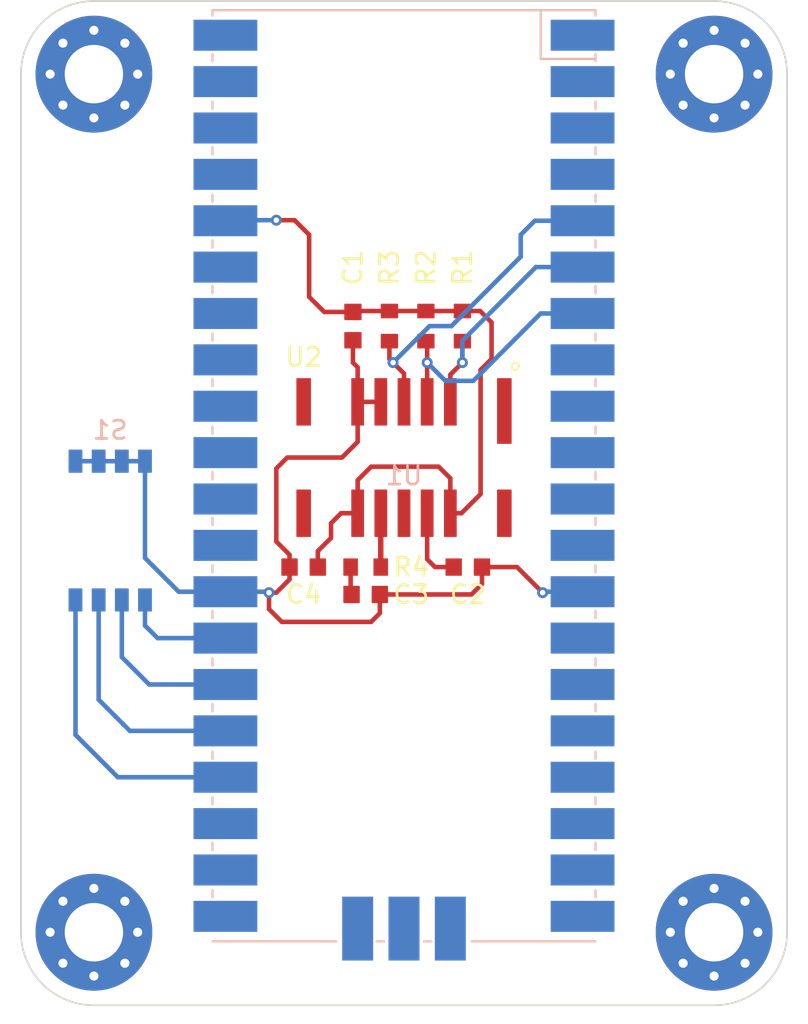
<source format=kicad_pcb>
(kicad_pcb (version 20220308) (generator pcbnew)
  (layers (0 "F.Cu" signal) (31 "B.Cu" signal) (34 "B.Paste" user) (35 "F.Paste" user) (36 "B.SilkS" user "B.Silkscreen") (37 "F.SilkS" user "F.Silkscreen") (38 "B.Mask" user) (39 "F.Mask" user) (44 "Edge.Cuts" user))
  (net 0 "")
  (net 3 "GND")
  (net 5 "/SDA")
  (net 6 "/SCL")
  (net 7 "/INT")
  (net 25 "+3V3")
  (net 31 "/DVDD")
  (net 32 "Net-(C3-Pad1)")
  (net 33 "/AVDD")
  (net 39 "/SW0")
  (net 40 "/SW1")
  (net 41 "/SW2")
  (net 42 "/SW3")
  (footprint "pwt-temp_lib:C_0603" (layer "F.Cu") (at 124.5 85 180)
    (fp_text reference "C4" (at 0 -1.5) (layer "F.SilkS"))
    (fp_text value "10u" hide)
    (pad "1" smd roundrect (at -0.775 0 180) (size 0.9 0.95) (layers "F.Cu" "F.Paste" "F.Mask") (roundrect_rratio 0.05) (net 25 "+3V3") (clearance 0.1))
    (pad "2" smd roundrect (at 0.775 0 180) (size 0.9 0.95) (layers "F.Cu" "F.Paste" "F.Mask") (roundrect_rratio 0.05) (net 3 "GND") (clearance 0.1))
  )
  (footprint "pwt-temp_lib:C_0603" (layer "F.Cu") (at 133.5 85)
    (fp_text reference "C2" (at 0 1.5) (layer "F.SilkS"))
    (fp_text value "1u" hide)
    (pad "1" smd roundrect (at -0.775 0) (size 0.9 0.95) (layers "F.Cu" "F.Paste" "F.Mask") (roundrect_rratio 0.05) (net 31 "/DVDD") (clearance 0.1))
    (pad "2" smd roundrect (at 0.775 0) (size 0.9 0.95) (layers "F.Cu" "F.Paste" "F.Mask") (roundrect_rratio 0.05) (net 3 "GND") (clearance 0.1))
  )
  (footprint "pwt-temp_lib:R_0603" (layer "F.Cu") (at 127.9 85)
    (fp_text reference "R4" (at 2.5 0) (layer "F.SilkS"))
    (fp_text value "20R" hide)
    (pad "1" smd roundrect (at -0.825 0) (size 0.8 0.95) (layers "F.Cu" "F.Paste" "F.Mask") (roundrect_rratio 0.05) (net 32 "Net-(C3-Pad1)") (clearance 0.1))
    (pad "2" smd roundrect (at 0.825 0) (size 0.8 0.95) (layers "F.Cu" "F.Paste" "F.Mask") (roundrect_rratio 0.05) (net 33 "/AVDD") (clearance 0.1))
  )
  (footprint "MountingHole:MountingHole_3.2mm_M3_Pad_Via" (layer "F.Cu") (at 113 105)
    (fp_text reference "H2" hide)
    (fp_text value "MountingHole")
    (pad "1" thru_hole circle (at -2.4 0) (size 0.8 0.8) (drill 0.5) (layers *.Cu *.Mask))
    (pad "1" thru_hole circle (at -1.697056 -1.697056) (size 0.8 0.8) (drill 0.5) (layers *.Cu *.Mask))
    (pad "1" thru_hole circle (at -1.697056 1.697056) (size 0.8 0.8) (drill 0.5) (layers *.Cu *.Mask))
    (pad "1" thru_hole circle (at 0 -2.4) (size 0.8 0.8) (drill 0.5) (layers *.Cu *.Mask))
    (pad "1" thru_hole circle (at 0 0) (size 6.4 6.4) (drill 3.2) (layers *.Cu *.Mask))
    (pad "1" thru_hole circle (at 0 2.4) (size 0.8 0.8) (drill 0.5) (layers *.Cu *.Mask))
    (pad "1" thru_hole circle (at 1.697056 -1.697056) (size 0.8 0.8) (drill 0.5) (layers *.Cu *.Mask))
    (pad "1" thru_hole circle (at 1.697056 1.697056) (size 0.8 0.8) (drill 0.5) (layers *.Cu *.Mask))
    (pad "1" thru_hole circle (at 2.4 0) (size 0.8 0.8) (drill 0.5) (layers *.Cu *.Mask))
  )
  (footprint "MountingHole:MountingHole_3.2mm_M3_Pad_Via" (layer "F.Cu") (at 147 105)
    (fp_text reference "H3" hide)
    (fp_text value "MountingHole")
    (pad "1" thru_hole circle (at -2.4 0) (size 0.8 0.8) (drill 0.5) (layers *.Cu *.Mask))
    (pad "1" thru_hole circle (at -1.697056 -1.697056) (size 0.8 0.8) (drill 0.5) (layers *.Cu *.Mask))
    (pad "1" thru_hole circle (at -1.697056 1.697056) (size 0.8 0.8) (drill 0.5) (layers *.Cu *.Mask))
    (pad "1" thru_hole circle (at 0 -2.4) (size 0.8 0.8) (drill 0.5) (layers *.Cu *.Mask))
    (pad "1" thru_hole circle (at 0 0) (size 6.4 6.4) (drill 3.2) (layers *.Cu *.Mask))
    (pad "1" thru_hole circle (at 0 2.4) (size 0.8 0.8) (drill 0.5) (layers *.Cu *.Mask))
    (pad "1" thru_hole circle (at 1.697056 -1.697056) (size 0.8 0.8) (drill 0.5) (layers *.Cu *.Mask))
    (pad "1" thru_hole circle (at 1.697056 1.697056) (size 0.8 0.8) (drill 0.5) (layers *.Cu *.Mask))
    (pad "1" thru_hole circle (at 2.4 0) (size 0.8 0.8) (drill 0.5) (layers *.Cu *.Mask))
  )
  (footprint "pwt-temp_lib:R_0603" (layer "F.Cu") (at 131.2 71.8 -90)
    (fp_text reference "R2" (at -3.2 0 90) (layer "F.SilkS"))
    (fp_text value "10k" hide)
    (pad "1" smd roundrect (at -0.825 0 270) (size 0.8 0.95) (layers "F.Cu" "F.Paste" "F.Mask") (roundrect_rratio 0.05) (net 25 "+3V3") (clearance 0.1))
    (pad "2" smd roundrect (at 0.825 0 270) (size 0.8 0.95) (layers "F.Cu" "F.Paste" "F.Mask") (roundrect_rratio 0.05) (net 6 "/SCL") (clearance 0.1))
  )
  (footprint "pwt-temp_lib:C_0603" (layer "F.Cu") (at 127.9 86.5)
    (fp_text reference "C3" (at 2.5 0) (layer "F.SilkS"))
    (fp_text value "1u" hide)
    (pad "1" smd roundrect (at -0.775 0) (size 0.9 0.95) (layers "F.Cu" "F.Paste" "F.Mask") (roundrect_rratio 0.05) (net 32 "Net-(C3-Pad1)") (clearance 0.1))
    (pad "2" smd roundrect (at 0.775 0) (size 0.9 0.95) (layers "F.Cu" "F.Paste" "F.Mask") (roundrect_rratio 0.05) (net 3 "GND") (clearance 0.1))
  )
  (footprint "pwt-temp_lib:C_0603" (layer "F.Cu") (at 127.2 71.8 -90)
    (fp_text reference "C1" (at -3.2 0 90) (layer "F.SilkS"))
    (fp_text value "10u" hide)
    (pad "1" smd roundrect (at -0.775 0 270) (size 0.9 0.95) (layers "F.Cu" "F.Paste" "F.Mask") (roundrect_rratio 0.05) (net 25 "+3V3") (clearance 0.1))
    (pad "2" smd roundrect (at 0.775 0 270) (size 0.9 0.95) (layers "F.Cu" "F.Paste" "F.Mask") (roundrect_rratio 0.05) (net 3 "GND") (clearance 0.1))
  )
  (footprint "pwt-temp_lib:R_0603" (layer "F.Cu") (at 133.2 71.8 -90)
    (fp_text reference "R1" (at -3.2 0 90) (layer "F.SilkS"))
    (fp_text value "10k" hide)
    (pad "1" smd roundrect (at -0.825 0 270) (size 0.8 0.95) (layers "F.Cu" "F.Paste" "F.Mask") (roundrect_rratio 0.05) (net 25 "+3V3") (clearance 0.1))
    (pad "2" smd roundrect (at 0.825 0 270) (size 0.8 0.95) (layers "F.Cu" "F.Paste" "F.Mask") (roundrect_rratio 0.05) (net 5 "/SDA") (clearance 0.1))
  )
  (footprint "MountingHole:MountingHole_3.2mm_M3_Pad_Via" (layer "F.Cu") (at 113 58)
    (fp_text reference "H1" hide)
    (fp_text value "MountingHole")
    (pad "1" thru_hole circle (at -2.4 0) (size 0.8 0.8) (drill 0.5) (layers *.Cu *.Mask))
    (pad "1" thru_hole circle (at -1.697056 -1.697056) (size 0.8 0.8) (drill 0.5) (layers *.Cu *.Mask))
    (pad "1" thru_hole circle (at -1.697056 1.697056) (size 0.8 0.8) (drill 0.5) (layers *.Cu *.Mask))
    (pad "1" thru_hole circle (at 0 -2.4) (size 0.8 0.8) (drill 0.5) (layers *.Cu *.Mask))
    (pad "1" thru_hole circle (at 0 0) (size 6.4 6.4) (drill 3.2) (layers *.Cu *.Mask))
    (pad "1" thru_hole circle (at 0 2.4) (size 0.8 0.8) (drill 0.5) (layers *.Cu *.Mask))
    (pad "1" thru_hole circle (at 1.697056 -1.697056) (size 0.8 0.8) (drill 0.5) (layers *.Cu *.Mask))
    (pad "1" thru_hole circle (at 1.697056 1.697056) (size 0.8 0.8) (drill 0.5) (layers *.Cu *.Mask))
    (pad "1" thru_hole circle (at 2.4 0) (size 0.8 0.8) (drill 0.5) (layers *.Cu *.Mask))
  )
  (footprint "MountingHole:MountingHole_3.2mm_M3_Pad_Via" (layer "F.Cu") (at 147 58)
    (fp_text reference "H4" hide)
    (fp_text value "MountingHole")
    (pad "1" thru_hole circle (at -2.4 0) (size 0.8 0.8) (drill 0.5) (layers *.Cu *.Mask))
    (pad "1" thru_hole circle (at -1.697056 -1.697056) (size 0.8 0.8) (drill 0.5) (layers *.Cu *.Mask))
    (pad "1" thru_hole circle (at -1.697056 1.697056) (size 0.8 0.8) (drill 0.5) (layers *.Cu *.Mask))
    (pad "1" thru_hole circle (at 0 -2.4) (size 0.8 0.8) (drill 0.5) (layers *.Cu *.Mask))
    (pad "1" thru_hole circle (at 0 0) (size 6.4 6.4) (drill 3.2) (layers *.Cu *.Mask))
    (pad "1" thru_hole circle (at 0 2.4) (size 0.8 0.8) (drill 0.5) (layers *.Cu *.Mask))
    (pad "1" thru_hole circle (at 1.697056 -1.697056) (size 0.8 0.8) (drill 0.5) (layers *.Cu *.Mask))
    (pad "1" thru_hole circle (at 1.697056 1.697056) (size 0.8 0.8) (drill 0.5) (layers *.Cu *.Mask))
    (pad "1" thru_hole circle (at 2.4 0) (size 0.8 0.8) (drill 0.5) (layers *.Cu *.Mask))
  )
  (footprint "pwt-temp_lib:IC_AMG8834" (layer "F.Cu") (at 130 79 180)
    (fp_text reference "U2" (at 5.5 5.5 unlocked) (layer "F.SilkS"))
    (fp_text value "IC_AMG8834" hide)
    (fp_circle (center -6.1 5) (end -5.9 5) (stroke (width 0.1)) (fill none) (layer "F.SilkS"))
    (pad "1" smd roundrect (at -5.5 2.55 180) (size 0.8 3.6) (layers "F.Cu" "F.Paste" "F.Mask") (roundrect_rratio 0.05) (clearance 0.2))
    (pad "2" smd roundrect (at -2.54 3.05 180) (size 0.7 2.6) (layers "F.Cu" "F.Paste" "F.Mask") (roundrect_rratio 0.05) (net 5 "/SDA") (clearance 0.2))
    (pad "3" smd roundrect (at -1.27 3.05 180) (size 0.7 2.6) (layers "F.Cu" "F.Paste" "F.Mask") (roundrect_rratio 0.05) (net 6 "/SCL") (clearance 0.2))
    (pad "4" smd roundrect (at 0 3.05 180) (size 0.7 2.6) (layers "F.Cu" "F.Paste" "F.Mask") (roundrect_rratio 0.05) (net 7 "/INT") (clearance 0.2))
    (pad "5" smd roundrect (at 1.27 3.05 180) (size 0.7 2.6) (layers "F.Cu" "F.Paste" "F.Mask") (roundrect_rratio 0.05) (net 3 "GND") (clearance 0.2))
    (pad "6" smd roundrect (at 2.54 3.05 180) (size 0.7 2.6) (layers "F.Cu" "F.Paste" "F.Mask") (roundrect_rratio 0.05) (net 3 "GND") (clearance 0.2))
    (pad "7" smd roundrect (at 5.5 3.05 180) (size 0.8 2.6) (layers "F.Cu" "F.Paste" "F.Mask") (roundrect_rratio 0.05) (clearance 0.2))
    (pad "8" smd roundrect (at 5.5 -3.05 180) (size 0.8 2.6) (layers "F.Cu" "F.Paste" "F.Mask") (roundrect_rratio 0.05) (clearance 0.2))
    (pad "9" smd roundrect (at 2.54 -3.05 180) (size 0.7 2.6) (layers "F.Cu" "F.Paste" "F.Mask") (roundrect_rratio 0.05) (net 25 "+3V3") (clearance 0.2))
    (pad "10" smd roundrect (at 1.27 -3.05 180) (size 0.7 2.6) (layers "F.Cu" "F.Paste" "F.Mask") (roundrect_rratio 0.05) (net 33 "/AVDD") (clearance 0.2))
    (pad "11" smd roundrect (at 0 -3.05 180) (size 0.7 2.6) (layers "F.Cu" "F.Paste" "F.Mask") (roundrect_rratio 0.05) (clearance 0.2))
    (pad "12" smd roundrect (at -1.27 -3.05 180) (size 0.7 2.6) (layers "F.Cu" "F.Paste" "F.Mask") (roundrect_rratio 0.05) (net 31 "/DVDD") (clearance 0.2))
    (pad "13" smd roundrect (at -2.54 -3.05 180) (size 0.7 2.6) (layers "F.Cu" "F.Paste" "F.Mask") (roundrect_rratio 0.05) (net 25 "+3V3") (clearance 0.2))
    (pad "14" smd roundrect (at -5.5 -3.05 180) (size 0.8 2.6) (layers "F.Cu" "F.Paste" "F.Mask") (roundrect_rratio 0.05) (clearance 0.2))
  )
  (footprint "pwt-temp_lib:R_0603" (layer "F.Cu") (at 129.2 71.8 -90)
    (fp_text reference "R3" (at -3.2 0 90) (layer "F.SilkS"))
    (fp_text value "10k" hide)
    (pad "1" smd roundrect (at -0.825 0 270) (size 0.8 0.95) (layers "F.Cu" "F.Paste" "F.Mask") (roundrect_rratio 0.05) (net 25 "+3V3") (clearance 0.1))
    (pad "2" smd roundrect (at 0.825 0 270) (size 0.8 0.95) (layers "F.Cu" "F.Paste" "F.Mask") (roundrect_rratio 0.05) (net 7 "/INT") (clearance 0.1))
  )
  (footprint "pwt-temp_lib:MECH_SW_DIP4_SMD" (layer "B.Cu") (at 113.895 83 180)
    (fp_text reference "S1" (at 0 5.5 unlocked) (layer "B.SilkS") (effects (justify mirror)))
    (fp_text value "~" hide)
    (pad "1" smd roundrect (at -1.905 -3.8 180) (size 0.76 1.27) (layers "B.Cu" "B.Paste" "B.Mask") (roundrect_rratio 0.05) (net 39 "/SW0") (clearance 0.1))
    (pad "2" smd roundrect (at -0.635 -3.8 180) (size 0.76 1.27) (layers "B.Cu" "B.Paste" "B.Mask") (roundrect_rratio 0.05) (net 40 "/SW1") (clearance 0.1))
    (pad "3" smd roundrect (at 0.635 -3.8 180) (size 0.76 1.27) (layers "B.Cu" "B.Paste" "B.Mask") (roundrect_rratio 0.05) (net 41 "/SW2") (clearance 0.1))
    (pad "4" smd roundrect (at 1.905 -3.8 180) (size 0.76 1.27) (layers "B.Cu" "B.Paste" "B.Mask") (roundrect_rratio 0.05) (net 42 "/SW3") (clearance 0.1))
    (pad "5" smd roundrect (at 1.905 3.8 180) (size 0.76 1.27) (layers "B.Cu" "B.Paste" "B.Mask") (roundrect_rratio 0.05) (net 3 "GND") (clearance 0.1))
    (pad "6" smd roundrect (at 0.635 3.8 180) (size 0.76 1.27) (layers "B.Cu" "B.Paste" "B.Mask") (roundrect_rratio 0.05) (net 3 "GND") (clearance 0.1))
    (pad "7" smd roundrect (at -0.635 3.8 180) (size 0.76 1.27) (layers "B.Cu" "B.Paste" "B.Mask") (roundrect_rratio 0.05) (net 3 "GND") (clearance 0.1))
    (pad "8" smd roundrect (at -1.905 3.8 180) (size 0.76 1.27) (layers "B.Cu" "B.Paste" "B.Mask") (roundrect_rratio 0.05) (net 3 "GND") (clearance 0.1))
  )
  (footprint "pwt-temp_lib:MECH_RPIPICO_SMD" (layer "B.Cu") (at 130 80 180)
    (fp_text reference "U1" (at 0 0) (layer "B.SilkS") (effects (justify mirror)))
    (fp_text value "MECH_RPIPICO_SMD")
    (fp_line (start -10.5 -22.7) (end -10.5 -23.1) (stroke (width 0.12)) (layer "B.SilkS"))
    (fp_line (start -10.5 -20.1) (end -10.5 -20.5) (stroke (width 0.12)) (layer "B.SilkS"))
    (fp_line (start -10.5 -17.6) (end -10.5 -18) (stroke (width 0.12)) (layer "B.SilkS"))
    (fp_line (start -10.5 -15.1) (end -10.5 -15.5) (stroke (width 0.12)) (layer "B.SilkS"))
    (fp_line (start -10.5 -12.5) (end -10.5 -12.9) (stroke (width 0.12)) (layer "B.SilkS"))
    (fp_line (start -10.5 -10) (end -10.5 -10.4) (stroke (width 0.12)) (layer "B.SilkS"))
    (fp_line (start -10.5 -7.4) (end -10.5 -7.8) (stroke (width 0.12)) (layer "B.SilkS"))
    (fp_line (start -10.5 -4.9) (end -10.5 -5.3) (stroke (width 0.12)) (layer "B.SilkS"))
    (fp_line (start -10.5 -2.3) (end -10.5 -2.7) (stroke (width 0.12)) (layer "B.SilkS"))
    (fp_line (start -10.5 0.2) (end -10.5 -0.2) (stroke (width 0.12)) (layer "B.SilkS"))
    (fp_line (start -10.5 2.7) (end -10.5 2.3) (stroke (width 0.12)) (layer "B.SilkS"))
    (fp_line (start -10.5 5.3) (end -10.5 4.9) (stroke (width 0.12)) (layer "B.SilkS"))
    (fp_line (start -10.5 7.8) (end -10.5 7.4) (stroke (width 0.12)) (layer "B.SilkS"))
    (fp_line (start -10.5 10.4) (end -10.5 10) (stroke (width 0.12)) (layer "B.SilkS"))
    (fp_line (start -10.5 12.9) (end -10.5 12.5) (stroke (width 0.12)) (layer "B.SilkS"))
    (fp_line (start -10.5 15.4) (end -10.5 15) (stroke (width 0.12)) (layer "B.SilkS"))
    (fp_line (start -10.5 18) (end -10.5 17.6) (stroke (width 0.12)) (layer "B.SilkS"))
    (fp_line (start -10.5 20.5) (end -10.5 20.1) (stroke (width 0.12)) (layer "B.SilkS"))
    (fp_line (start -10.5 22.833) (end -7.493 22.833) (stroke (width 0.12)) (layer "B.SilkS"))
    (fp_line (start -10.5 23.1) (end -10.5 22.7) (stroke (width 0.12)) (layer "B.SilkS"))
    (fp_line (start -10.5 25.5) (end -10.5 25.2) (stroke (width 0.12)) (layer "B.SilkS"))
    (fp_line (start -10.5 25.5) (end 10.5 25.5) (stroke (width 0.12)) (layer "B.SilkS"))
    (fp_line (start -7.493 22.833) (end -7.493 25.5) (stroke (width 0.12)) (layer "B.SilkS"))
    (fp_line (start -3.7 -25.5) (end -10.5 -25.5) (stroke (width 0.12)) (layer "B.SilkS"))
    (fp_line (start -1.5 -25.5) (end -1.1 -25.5) (stroke (width 0.12)) (layer "B.SilkS"))
    (fp_line (start 1.1 -25.5) (end 1.5 -25.5) (stroke (width 0.12)) (layer "B.SilkS"))
    (fp_line (start 10.5 -25.5) (end 3.7 -25.5) (stroke (width 0.12)) (layer "B.SilkS"))
    (fp_line (start 10.5 -22.7) (end 10.5 -23.1) (stroke (width 0.12)) (layer "B.SilkS"))
    (fp_line (start 10.5 -20.1) (end 10.5 -20.5) (stroke (width 0.12)) (layer "B.SilkS"))
    (fp_line (start 10.5 -17.6) (end 10.5 -18) (stroke (width 0.12)) (layer "B.SilkS"))
    (fp_line (start 10.5 -15.1) (end 10.5 -15.5) (stroke (width 0.12)) (layer "B.SilkS"))
    (fp_line (start 10.5 -12.5) (end 10.5 -12.9) (stroke (width 0.12)) (layer "B.SilkS"))
    (fp_line (start 10.5 -10) (end 10.5 -10.4) (stroke (width 0.12)) (layer "B.SilkS"))
    (fp_line (start 10.5 -7.4) (end 10.5 -7.8) (stroke (width 0.12)) (layer "B.SilkS"))
    (fp_line (start 10.5 -4.9) (end 10.5 -5.3) (stroke (width 0.12)) (layer "B.SilkS"))
    (fp_line (start 10.5 -2.3) (end 10.5 -2.7) (stroke (width 0.12)) (layer "B.SilkS"))
    (fp_line (start 10.5 0.2) (end 10.5 -0.2) (stroke (width 0.12)) (layer "B.SilkS"))
    (fp_line (start 10.5 2.7) (end 10.5 2.3) (stroke (width 0.12)) (layer "B.SilkS"))
    (fp_line (start 10.5 5.3) (end 10.5 4.9) (stroke (width 0.12)) (layer "B.SilkS"))
    (fp_line (start 10.5 7.8) (end 10.5 7.4) (stroke (width 0.12)) (layer "B.SilkS"))
    (fp_line (start 10.5 10.4) (end 10.5 10) (stroke (width 0.12)) (layer "B.SilkS"))
    (fp_line (start 10.5 12.9) (end 10.5 12.5) (stroke (width 0.12)) (layer "B.SilkS"))
    (fp_line (start 10.5 15.4) (end 10.5 15) (stroke (width 0.12)) (layer "B.SilkS"))
    (fp_line (start 10.5 18) (end 10.5 17.6) (stroke (width 0.12)) (layer "B.SilkS"))
    (fp_line (start 10.5 20.5) (end 10.5 20.1) (stroke (width 0.12)) (layer "B.SilkS"))
    (fp_line (start 10.5 23.1) (end 10.5 22.7) (stroke (width 0.12)) (layer "B.SilkS"))
    (fp_line (start 10.5 25.5) (end 10.5 25.2) (stroke (width 0.12)) (layer "B.SilkS"))
    (pad "" np_thru_hole oval (at -2.725 24 180) (size 1.8 1.8) (drill 1.8) (layers *.Cu *.Mask))
    (pad "" np_thru_hole oval (at -2.425 20.97 180) (size 1.5 1.5) (drill 1.5) (layers *.Cu *.Mask))
    (pad "" np_thru_hole oval (at 2.425 20.97 180) (size 1.5 1.5) (drill 1.5) (layers *.Cu *.Mask))
    (pad "" np_thru_hole oval (at 2.725 24 180) (size 1.8 1.8) (drill 1.8) (layers *.Cu *.Mask))
    (pad "1" smd rect (at -8.89 24.13 180) (size 3.5 1.7) (drill (offset -0.9 0)) (layers "B.Cu" "B.Mask"))
    (pad "2" smd rect (at -8.89 21.59 180) (size 3.5 1.7) (drill (offset -0.9 0)) (layers "B.Cu" "B.Mask"))
    (pad "3" smd rect (at -8.89 19.05 180) (size 3.5 1.7) (drill (offset -0.9 0)) (layers "B.Cu" "B.Mask"))
    (pad "4" smd rect (at -8.89 16.51 180) (size 3.5 1.7) (drill (offset -0.9 0)) (layers "B.Cu" "B.Mask"))
    (pad "5" smd rect (at -8.89 13.97 180) (size 3.5 1.7) (drill (offset -0.9 0)) (layers "B.Cu" "B.Mask") (net 7 "/INT"))
    (pad "6" smd rect (at -8.89 11.43 180) (size 3.5 1.7) (drill (offset -0.9 0)) (layers "B.Cu" "B.Mask") (net 5 "/SDA"))
    (pad "7" smd rect (at -8.89 8.89 180) (size 3.5 1.7) (drill (offset -0.9 0)) (layers "B.Cu" "B.Mask") (net 6 "/SCL"))
    (pad "8" smd rect (at -8.89 6.35 180) (size 3.5 1.7) (drill (offset -0.9 0)) (layers "B.Cu" "B.Mask"))
    (pad "9" smd rect (at -8.89 3.81 180) (size 3.5 1.7) (drill (offset -0.9 0)) (layers "B.Cu" "B.Mask"))
    (pad "10" smd rect (at -8.89 1.27 180) (size 3.5 1.7) (drill (offset -0.9 0)) (layers "B.Cu" "B.Mask"))
    (pad "11" smd rect (at -8.89 -1.27 180) (size 3.5 1.7) (drill (offset -0.9 0)) (layers "B.Cu" "B.Mask"))
    (pad "12" smd rect (at -8.89 -3.81 180) (size 3.5 1.7) (drill (offset -0.9 0)) (layers "B.Cu" "B.Mask"))
    (pad "13" smd rect (at -8.89 -6.35 180) (size 3.5 1.7) (drill (offset -0.9 0)) (layers "B.Cu" "B.Mask") (net 3 "GND"))
    (pad "14" smd rect (at -8.89 -8.89 180) (size 3.5 1.7) (drill (offset -0.9 0)) (layers "B.Cu" "B.Mask"))
    (pad "15" smd rect (at -8.89 -11.43 180) (size 3.5 1.7) (drill (offset -0.9 0)) (layers "B.Cu" "B.Mask"))
    (pad "16" smd rect (at -8.89 -13.97 180) (size 3.5 1.7) (drill (offset -0.9 0)) (layers "B.Cu" "B.Mask"))
    (pad "17" smd rect (at -8.89 -16.51 180) (size 3.5 1.7) (drill (offset -0.9 0)) (layers "B.Cu" "B.Mask"))
    (pad "18" smd rect (at -8.89 -19.05 180) (size 3.5 1.7) (drill (offset -0.9 0)) (layers "B.Cu" "B.Mask"))
    (pad "19" smd rect (at -8.89 -21.59 180) (size 3.5 1.7) (drill (offset -0.9 0)) (layers "B.Cu" "B.Mask"))
    (pad "20" smd rect (at -8.89 -24.13 180) (size 3.5 1.7) (drill (offset -0.9 0)) (layers "B.Cu" "B.Mask"))
    (pad "21" smd rect (at 8.89 -24.13 180) (size 3.5 1.7) (drill (offset 0.9 0)) (layers "B.Cu" "B.Mask"))
    (pad "22" smd rect (at 8.89 -21.59 180) (size 3.5 1.7) (drill (offset 0.9 0)) (layers "B.Cu" "B.Mask"))
    (pad "23" smd rect (at 8.89 -19.05 180) (size 3.5 1.7) (drill (offset 0.9 0)) (layers "B.Cu" "B.Mask"))
    (pad "24" smd rect (at 8.89 -16.51 180) (size 3.5 1.7) (drill (offset 0.9 0)) (layers "B.Cu" "B.Mask") (net 42 "/SW3"))
    (pad "25" smd rect (at 8.89 -13.97 180) (size 3.5 1.7) (drill (offset 0.9 0)) (layers "B.Cu" "B.Mask") (net 41 "/SW2"))
    (pad "26" smd rect (at 8.89 -11.43 180) (size 3.5 1.7) (drill (offset 0.9 0)) (layers "B.Cu" "B.Mask") (net 40 "/SW1"))
    (pad "27" smd rect (at 8.89 -8.89 180) (size 3.5 1.7) (drill (offset 0.9 0)) (layers "B.Cu" "B.Mask") (net 39 "/SW0"))
    (pad "28" smd rect (at 8.89 -6.35 180) (size 3.5 1.7) (drill (offset 0.9 0)) (layers "B.Cu" "B.Mask") (net 3 "GND"))
    (pad "29" smd rect (at 8.89 -3.81 180) (size 3.5 1.7) (drill (offset 0.9 0)) (layers "B.Cu" "B.Mask"))
    (pad "30" smd rect (at 8.89 -1.27 180) (size 3.5 1.7) (drill (offset 0.9 0)) (layers "B.Cu" "B.Mask"))
    (pad "31" smd rect (at 8.89 1.27 180) (size 3.5 1.7) (drill (offset 0.9 0)) (layers "B.Cu" "B.Mask"))
    (pad "32" smd rect (at 8.89 3.81 180) (size 3.5 1.7) (drill (offset 0.9 0)) (layers "B.Cu" "B.Mask"))
    (pad "33" smd rect (at 8.89 6.35 180) (size 3.5 1.7) (drill (offset 0.9 0)) (layers "B.Cu" "B.Mask"))
    (pad "34" smd rect (at 8.89 8.89 180) (size 3.5 1.7) (drill (offset 0.9 0)) (layers "B.Cu" "B.Mask"))
    (pad "35" smd rect (at 8.89 11.43 180) (size 3.5 1.7) (drill (offset 0.9 0)) (layers "B.Cu" "B.Mask"))
    (pad "36" smd rect (at 8.89 13.97 180) (size 3.5 1.7) (drill (offset 0.9 0)) (layers "B.Cu" "B.Mask") (net 25 "+3V3"))
    (pad "37" smd rect (at 8.89 16.51 180) (size 3.5 1.7) (drill (offset 0.9 0)) (layers "B.Cu" "B.Mask"))
    (pad "38" smd rect (at 8.89 19.05 180) (size 3.5 1.7) (drill (offset 0.9 0)) (layers "B.Cu" "B.Mask"))
    (pad "39" smd rect (at 8.89 21.59 180) (size 3.5 1.7) (drill (offset 0.9 0)) (layers "B.Cu" "B.Mask"))
    (pad "40" smd rect (at 8.89 24.13 180) (size 3.5 1.7) (drill (offset 0.9 0)) (layers "B.Cu" "B.Mask"))
    (pad "41" smd rect (at -2.54 -23.9 90) (size 3.5 1.7) (drill (offset -0.9 0)) (layers "B.Cu" "B.Mask"))
    (pad "42" smd rect (at 0 -23.9 90) (size 3.5 1.7) (drill (offset -0.9 0)) (layers "B.Cu" "B.Mask"))
    (pad "43" smd rect (at 2.54 -23.9 90) (size 3.5 1.7) (drill (offset -0.9 0)) (layers "B.Cu" "B.Mask"))
  )
  (gr_arc (start 113 109) (mid 110.171573 107.828427) (end 109 105) (stroke (width 0.1)) (layer "Edge.Cuts"))
  (gr_line (start 147 54) (end 119 54) (stroke (width 0.1)) (layer "Edge.Cuts"))
  (gr_arc (start 147 54) (mid 149.828427 55.171573) (end 151 58) (stroke (width 0.1)) (layer "Edge.Cuts"))
  (gr_line (start 119 54) (end 113 54) (stroke (width 0.1)) (layer "Edge.Cuts"))
  (gr_arc (start 109 58) (mid 110.171573 55.171573) (end 113 54) (stroke (width 0.1)) (layer "Edge.Cuts"))
  (gr_line (start 151 105) (end 151 58) (stroke (width 0.1)) (layer "Edge.Cuts"))
  (gr_line (start 113 109) (end 147 109) (stroke (width 0.1)) (layer "Edge.Cuts"))
  (gr_arc (start 151 105) (mid 149.828427 107.828427) (end 147 109) (stroke (width 0.1)) (layer "Edge.Cuts"))
  (gr_line (start 109 58) (end 109 105) (stroke (width 0.1)) (layer "Edge.Cuts"))
  (segment (start 133.7 86.5) (end 128.675 86.5) (width 0.25) (layer "F.Cu") (net 3))
  (segment (start 134.275 85) (end 136.2 85) (width 0.25) (layer "F.Cu") (net 3))
  (segment (start 134.275 85) (end 134.275 85.925) (width 0.25) (layer "F.Cu") (net 3))
  (segment (start 134.275 85.925) (end 133.7 86.5) (width 0.25) (layer "F.Cu") (net 3))
  (segment (start 126.6 79) (end 127.46 78.14) (width 0.25) (layer "F.Cu") (net 3))
  (segment (start 128.675 86.5) (end 128.675 87.525) (width 0.25) (layer "F.Cu") (net 3))
  (segment (start 127.46 75.95) (end 127.46 74.06) (width 0.25) (layer "F.Cu") (net 3))
  (segment (start 123.725 85) (end 123.725 85.675) (width 0.25) (layer "F.Cu") (net 3))
  (segment (start 127.46 78.14) (end 127.46 75.95) (width 0.25) (layer "F.Cu") (net 3))
  (segment (start 123 83.6) (end 123 79.6) (width 0.25) (layer "F.Cu") (net 3))
  (segment (start 127.2 73.8) (end 127.2 72.575) (width 0.25) (layer "F.Cu") (net 3))
  (segment (start 136.2 85) (end 137.6 86.4) (width 0.25) (layer "F.Cu") (net 3))
  (segment (start 123.6 79) (end 126.6 79) (width 0.25) (layer "F.Cu") (net 3))
  (segment (start 122.6 87.3) (end 122.6 86.4) (width 0.25) (layer "F.Cu") (net 3))
  (segment (start 127.46 74.06) (end 127.2 73.8) (width 0.25) (layer "F.Cu") (net 3))
  (segment (start 128.2 88) (end 123.3 88) (width 0.25) (layer "F.Cu") (net 3))
  (segment (start 123.3 88) (end 122.6 87.3) (width 0.25) (layer "F.Cu") (net 3))
  (segment (start 123.725 85.675) (end 123 86.4) (width 0.25) (layer "F.Cu") (net 3))
  (segment (start 123.725 84.325) (end 123 83.6) (width 0.25) (layer "F.Cu") (net 3))
  (segment (start 123 86.4) (end 122.6 86.4) (width 0.25) (layer "F.Cu") (net 3))
  (segment (start 123.725 85) (end 123.725 84.325) (width 0.25) (layer "F.Cu") (net 3))
  (segment (start 128.73 75.95) (end 127.46 75.95) (width 0.25) (layer "F.Cu") (net 3))
  (segment (start 123 79.6) (end 123.6 79) (width 0.25) (layer "F.Cu") (net 3))
  (segment (start 128.675 87.525) (end 128.2 88) (width 0.25) (layer "F.Cu") (net 3))
  (via (at 137.6 86.4) (size 0.6) (drill 0.3) (layers "F.Cu" "B.Cu") (net 3))
  (via (at 122.6 86.4) (size 0.6) (drill 0.3) (layers "F.Cu" "B.Cu") (net 3))
  (segment (start 121.11 86.35) (end 117.65 86.35) (width 0.25) (layer "B.Cu") (net 3))
  (segment (start 115.8 84.5) (end 115.8 79.2) (width 0.25) (layer "B.Cu") (net 3))
  (segment (start 137.65 86.35) (end 137.6 86.4) (width 0.25) (layer "B.Cu") (net 3))
  (segment (start 122.55 86.35) (end 122.6 86.4) (width 0.25) (layer "B.Cu") (net 3))
  (segment (start 115.8 79.2) (end 112.095 79.2) (width 0.25) (layer "B.Cu") (net 3))
  (segment (start 117.65 86.35) (end 115.8 84.5) (width 0.25) (layer "B.Cu") (net 3))
  (segment (start 138.89 86.35) (end 137.65 86.35) (width 0.25) (layer "B.Cu") (net 3))
  (segment (start 121.11 86.35) (end 122.55 86.35) (width 0.25) (layer "B.Cu") (net 3))
  (segment (start 132.54 74.46) (end 132.54 75.95) (width 0.25) (layer "F.Cu") (net 5))
  (segment (start 133.2 73.8) (end 132.54 74.46) (width 0.25) (layer "F.Cu") (net 5))
  (segment (start 133.2 73.8) (end 133.2 72.625) (width 0.25) (layer "F.Cu") (net 5))
  (via (at 133.2 73.8) (size 0.6) (drill 0.3) (layers "F.Cu" "B.Cu") (net 5))
  (segment (start 133.2 72.6) (end 137.23 68.57) (width 0.25) (layer "B.Cu") (net 5))
  (segment (start 133.2 73.8) (end 133.2 72.6) (width 0.25) (layer "B.Cu") (net 5))
  (segment (start 137.23 68.57) (end 138.89 68.57) (width 0.25) (layer "B.Cu") (net 5))
  (segment (start 131.27 73.8) (end 131.27 72.695) (width 0.25) (layer "F.Cu") (net 6))
  (segment (start 131.27 72.695) (end 131.2 72.625) (width 0.25) (layer "F.Cu") (net 6))
  (segment (start 131.27 75.95) (end 131.27 73.8) (width 0.25) (layer "F.Cu") (net 6))
  (via (at 131.27 73.8) (size 0.6) (drill 0.3) (layers "F.Cu" "B.Cu") (net 6))
  (segment (start 133.8 74.8) (end 137.49 71.11) (width 0.25) (layer "B.Cu") (net 6))
  (segment (start 137.49 71.11) (end 138.89 71.11) (width 0.25) (layer "B.Cu") (net 6))
  (segment (start 132.27 74.8) (end 133.8 74.8) (width 0.25) (layer "B.Cu") (net 6))
  (segment (start 131.27 73.8) (end 132.27 74.8) (width 0.25) (layer "B.Cu") (net 6))
  (segment (start 129.4 73.8) (end 130 74.4) (width 0.25) (layer "F.Cu") (net 7))
  (segment (start 129.4 73.8) (end 129.2 73.6) (width 0.25) (layer "F.Cu") (net 7))
  (segment (start 130 74.4) (end 130 75.95) (width 0.25) (layer "F.Cu") (net 7))
  (segment (start 129.2 73.6) (end 129.2 72.625) (width 0.25) (layer "F.Cu") (net 7))
  (via (at 129.4 73.8) (size 0.6) (drill 0.3) (layers "F.Cu" "B.Cu") (net 7))
  (segment (start 129.4 73.8) (end 131.4 71.8) (width 0.25) (layer "B.Cu") (net 7))
  (segment (start 137.17 66.03) (end 138.89 66.03) (width 0.25) (layer "B.Cu") (net 7))
  (segment (start 131.4 71.8) (end 132.6 71.8) (width 0.25) (layer "B.Cu") (net 7))
  (segment (start 132.6 71.8) (end 136.4 68) (width 0.25) (layer "B.Cu") (net 7))
  (segment (start 136.4 66.8) (end 137.17 66.03) (width 0.25) (layer "B.Cu") (net 7))
  (segment (start 136.4 68) (end 136.4 66.8) (width 0.25) (layer "B.Cu") (net 7))
  (segment (start 134.8 71.6) (end 134.175 70.975) (width 0.25) (layer "F.Cu") (net 25))
  (segment (start 127.46 80.24) (end 127.46 82.05) (width 0.25) (layer "F.Cu") (net 25))
  (segment (start 127.25 70.975) (end 127.2 71.025) (width 0.25) (layer "F.Cu") (net 25))
  (segment (start 128.2 79.5) (end 127.46 80.24) (width 0.25) (layer "F.Cu") (net 25))
  (segment (start 124 66) (end 123 66) (width 0.25) (layer "F.Cu") (net 25))
  (segment (start 127.2 71.025) (end 125.625 71.025) (width 0.25) (layer "F.Cu") (net 25))
  (segment (start 131.9 79.5) (end 128.2 79.5) (width 0.25) (layer "F.Cu") (net 25))
  (segment (start 132.54 82.05) (end 133.15 82.05) (width 0.25) (layer "F.Cu") (net 25))
  (segment (start 133.15 82.05) (end 134.2 81) (width 0.25) (layer "F.Cu") (net 25))
  (segment (start 125.275 84.125) (end 126 83.4) (width 0.25) (layer "F.Cu") (net 25))
  (segment (start 126 82.6) (end 126.55 82.05) (width 0.25) (layer "F.Cu") (net 25))
  (segment (start 134.8 73.6) (end 134.8 71.6) (width 0.25) (layer "F.Cu") (net 25))
  (segment (start 125.275 85) (end 125.275 84.125) (width 0.25) (layer "F.Cu") (net 25))
  (segment (start 126 83.4) (end 126 82.6) (width 0.25) (layer "F.Cu") (net 25))
  (segment (start 134.2 81) (end 134.2 74.2) (width 0.25) (layer "F.Cu") (net 25))
  (segment (start 134.2 74.2) (end 134.8 73.6) (width 0.25) (layer "F.Cu") (net 25))
  (segment (start 132.54 82.05) (end 132.54 80.14) (width 0.25) (layer "F.Cu") (net 25))
  (segment (start 124.8 66.8) (end 124 66) (width 0.25) (layer "F.Cu") (net 25))
  (segment (start 125.625 71.025) (end 124.8 70.2) (width 0.25) (layer "F.Cu") (net 25))
  (segment (start 134.175 70.975) (end 133.2 70.975) (width 0.25) (layer "F.Cu") (net 25))
  (segment (start 126.55 82.05) (end 127.46 82.05) (width 0.25) (layer "F.Cu") (net 25))
  (segment (start 132.54 80.14) (end 131.9 79.5) (width 0.25) (layer "F.Cu") (net 25))
  (segment (start 133.2 70.975) (end 127.25 70.975) (width 0.25) (layer "F.Cu") (net 25))
  (segment (start 124.8 70.2) (end 124.8 66.8) (width 0.25) (layer "F.Cu") (net 25))
  (via (at 123 66) (size 0.6) (drill 0.3) (layers "F.Cu" "B.Cu") (net 25))
  (segment (start 123 66) (end 121.14 66) (width 0.25) (layer "B.Cu") (net 25))
  (segment (start 121.14 66) (end 121.11 66.03) (width 0.25) (layer "B.Cu") (net 25))
  (segment (start 131.7 85) (end 132.725 85) (width 0.25) (layer "F.Cu") (net 31))
  (segment (start 131.27 84.57) (end 131.7 85) (width 0.25) (layer "F.Cu") (net 31))
  (segment (start 131.27 82.05) (end 131.27 84.57) (width 0.25) (layer "F.Cu") (net 31))
  (segment (start 127.075 86.45) (end 127.125 86.5) (width 0.25) (layer "F.Cu") (net 32))
  (segment (start 127.075 85) (end 127.075 86.45) (width 0.25) (layer "F.Cu") (net 32))
  (segment (start 128.725 82.055) (end 128.73 82.05) (width 0.3) (layer "F.Cu") (net 33))
  (segment (start 128.725 85) (end 128.725 82.055) (width 0.3) (layer "F.Cu") (net 33))
  (segment (start 121.11 88.89) (end 116.49 88.89) (width 0.25) (layer "B.Cu") (net 39))
  (segment (start 115.8 88.2) (end 115.8 86.8) (width 0.25) (layer "B.Cu") (net 39))
  (segment (start 116.49 88.89) (end 115.8 88.2) (width 0.25) (layer "B.Cu") (net 39))
  (segment (start 114.53 89.93) (end 114.53 86.8) (width 0.25) (layer "B.Cu") (net 40))
  (segment (start 121.11 91.43) (end 116.03 91.43) (width 0.25) (layer "B.Cu") (net 40))
  (segment (start 116.03 91.43) (end 114.53 89.93) (width 0.25) (layer "B.Cu") (net 40))
  (segment (start 114.97 93.97) (end 113.26 92.26) (width 0.25) (layer "B.Cu") (net 41))
  (segment (start 121.11 93.97) (end 114.97 93.97) (width 0.25) (layer "B.Cu") (net 41))
  (segment (start 113.26 92.26) (end 113.26 86.8) (width 0.25) (layer "B.Cu") (net 41))
  (segment (start 114.31 96.51) (end 111.99 94.19) (width 0.25) (layer "B.Cu") (net 42))
  (segment (start 121.11 96.51) (end 114.31 96.51) (width 0.25) (layer "B.Cu") (net 42))
  (segment (start 111.99 94.19) (end 111.99 86.8) (width 0.25) (layer "B.Cu") (net 42))
)
</source>
